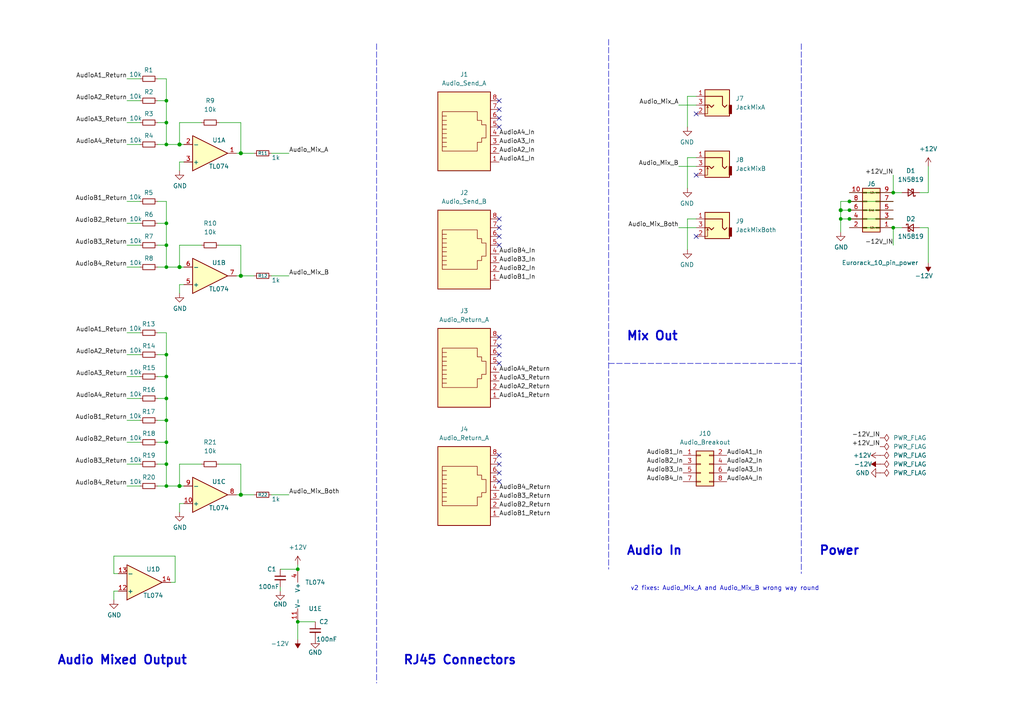
<source format=kicad_sch>
(kicad_sch (version 20230121) (generator eeschema)
  (paper "A4")
  (title_block (title "Quango Breakout") (date "2023-06-26") (rev "1.0") (company "Mountjoy Modular"))
  (lib_symbols
    (symbol "Amplifier_Operational:TL074" (pin_names (offset 0.127))
      (property "Reference" "U" (at 0 5.08 0))
      (property "Value" "TL074" (at 0 -5.08 0))
      (symbol "TL074_1_1"
        (polyline (pts (xy -5.08 5.08) (xy 5.08 0) (xy -5.08 -5.08) (xy -5.08 5.08)) (stroke (width 0.254)) (fill (type background)))
        (pin output line (at 7.62 0 180) (length 2.54) (name "~") (number "1"))
        (pin input line (at -7.62 -2.54 0) (length 2.54) (name "-") (number "2"))
        (pin input line (at -7.62 2.54 0) (length 2.54) (name "+") (number "3"))
      )
      (symbol "TL074_2_1"
        (polyline (pts (xy -5.08 5.08) (xy 5.08 0) (xy -5.08 -5.08) (xy -5.08 5.08)) (stroke (width 0.254)) (fill (type background)))
        (pin input line (at -7.62 2.54 0) (length 2.54) (name "+") (number "5"))
        (pin input line (at -7.62 -2.54 0) (length 2.54) (name "-") (number "6"))
        (pin output line (at 7.62 0 180) (length 2.54) (name "~") (number "7"))
      )
      (symbol "TL074_3_1"
        (polyline (pts (xy -5.08 5.08) (xy 5.08 0) (xy -5.08 -5.08) (xy -5.08 5.08)) (stroke (width 0.254)) (fill (type background)))
        (pin input line (at -7.62 2.54 0) (length 2.54) (name "+") (number "10"))
        (pin output line (at 7.62 0 180) (length 2.54) (name "~") (number "8"))
        (pin input line (at -7.62 -2.54 0) (length 2.54) (name "-") (number "9"))
      )
      (symbol "TL074_4_1"
        (polyline (pts (xy -5.08 5.08) (xy 5.08 0) (xy -5.08 -5.08) (xy -5.08 5.08)) (stroke (width 0.254)) (fill (type background)))
        (pin input line (at -7.62 2.54 0) (length 2.54) (name "+") (number "12"))
        (pin input line (at -7.62 -2.54 0) (length 2.54) (name "-") (number "13"))
        (pin output line (at 7.62 0 180) (length 2.54) (name "~") (number "14"))
      )
      (symbol "TL074_5_1"
        (pin power_in line (at -2.54 -7.62 90) (length 3.81) (name "V-") (number "11"))
        (pin power_in line (at -2.54 7.62 270) (length 3.81) (name "V+") (number "4"))
      )
    )
    (symbol "Connector:RJ45" (pin_names (offset 1.016))
      (property "Reference" "J" (at -5.08 13.97 0))
      (property "Value" "RJ45" (at 2.54 13.97 0))
      (symbol "RJ45_0_1"
        (polyline (pts (xy -5.08 4.445) (xy -6.35 4.445)))
        (polyline (pts (xy -5.08 5.715) (xy -6.35 5.715)))
        (polyline (pts (xy -6.35 -3.175) (xy -5.08 -3.175) (xy -5.08 -3.175)))
        (polyline (pts (xy -6.35 -1.905) (xy -5.08 -1.905) (xy -5.08 -1.905)))
        (polyline (pts (xy -6.35 -0.635) (xy -5.08 -0.635) (xy -5.08 -0.635)))
        (polyline (pts (xy -6.35 0.635) (xy -5.08 0.635) (xy -5.08 0.635)))
        (polyline (pts (xy -6.35 1.905) (xy -5.08 1.905) (xy -5.08 1.905)))
        (polyline (pts (xy -5.08 3.175) (xy -6.35 3.175) (xy -6.35 3.175)))
        (polyline (pts (xy -6.35 -4.445) (xy -6.35 6.985) (xy 3.81 6.985) (xy 3.81 4.445) (xy 5.08 4.445) (xy 5.08 3.175) (xy 6.35 3.175) (xy 6.35 -0.635) (xy 5.08 -0.635) (xy 5.08 -1.905) (xy 3.81 -1.905) (xy 3.81 -4.445) (xy -6.35 -4.445) (xy -6.35 -4.445)))
        (rectangle (start 7.62 12.7) (end -7.62 -10.16) (stroke (width 0.254)) (fill (type background)))
      )
      (symbol "RJ45_1_1"
        (pin passive line (at 10.16 -7.62 180) (length 2.54) (name "~") (number "1"))
        (pin passive line (at 10.16 -5.08 180) (length 2.54) (name "~") (number "2"))
        (pin passive line (at 10.16 -2.54 180) (length 2.54) (name "~") (number "3"))
        (pin passive line (at 10.16 0 180) (length 2.54) (name "~") (number "4"))
        (pin passive line (at 10.16 2.54 180) (length 2.54) (name "~") (number "5"))
        (pin passive line (at 10.16 5.08 180) (length 2.54) (name "~") (number "6"))
        (pin passive line (at 10.16 7.62 180) (length 2.54) (name "~") (number "7"))
        (pin passive line (at 10.16 10.16 180) (length 2.54) (name "~") (number "8"))
      )
    )
    (symbol "Connector_Generic:Conn_02x04_Odd_Even" (pin_names (offset 1.016) hide)
      (property "Reference" "J" (at 1.27 5.08 0))
      (property "Value" "Conn_02x04_Odd_Even" (at 1.27 -7.62 0))
      (symbol "Conn_02x04_Odd_Even_1_1"
        (rectangle (start -1.27 -4.953) (end 0 -5.207) (stroke (width 0.1524)))
        (rectangle (start -1.27 -2.413) (end 0 -2.667) (stroke (width 0.1524)))
        (rectangle (start -1.27 0.127) (end 0 -0.127) (stroke (width 0.1524)))
        (rectangle (start -1.27 2.667) (end 0 2.413) (stroke (width 0.1524)))
        (rectangle (start -1.27 3.81) (end 3.81 -6.35) (stroke (width 0.254)) (fill (type background)))
        (rectangle (start 3.81 -4.953) (end 2.54 -5.207) (stroke (width 0.1524)))
        (rectangle (start 3.81 -2.413) (end 2.54 -2.667) (stroke (width 0.1524)))
        (rectangle (start 3.81 0.127) (end 2.54 -0.127) (stroke (width 0.1524)))
        (rectangle (start 3.81 2.667) (end 2.54 2.413) (stroke (width 0.1524)))
        (pin passive line (at -5.08 2.54 0) (length 3.81) (name "Pin_1") (number "1"))
        (pin passive line (at 7.62 2.54 180) (length 3.81) (name "Pin_2") (number "2"))
        (pin passive line (at -5.08 0 0) (length 3.81) (name "Pin_3") (number "3"))
        (pin passive line (at 7.62 0 180) (length 3.81) (name "Pin_4") (number "4"))
        (pin passive line (at -5.08 -2.54 0) (length 3.81) (name "Pin_5") (number "5"))
        (pin passive line (at 7.62 -2.54 180) (length 3.81) (name "Pin_6") (number "6"))
        (pin passive line (at -5.08 -5.08 0) (length 3.81) (name "Pin_7") (number "7"))
        (pin passive line (at 7.62 -5.08 180) (length 3.81) (name "Pin_8") (number "8"))
      )
    )
    (symbol "Device:C_Small" (pin_numbers hide) (pin_names (offset 0.254) hide)
      (property "Reference" "C" (at 0.254 1.778 0))
      (property "Value" "C_Small" (at 0.254 -2.032 0))
      (symbol "C_Small_0_1"
        (polyline (pts (xy -1.524 -0.508) (xy 1.524 -0.508)) (stroke (width 0.3302)))
        (polyline (pts (xy -1.524 0.508) (xy 1.524 0.508)) (stroke (width 0.3048)))
      )
      (symbol "C_Small_1_1"
        (pin passive line (at 0 2.54 270) (length 2.032) (name "~") (number "1"))
        (pin passive line (at 0 -2.54 90) (length 2.032) (name "~") (number "2"))
      )
    )
    (symbol "Device:D_Schottky_Small" (pin_numbers hide) (pin_names (offset 0.254) hide)
      (property "Reference" "D" (at -1.27 2.032 0))
      (property "Value" "D_Schottky_Small" (at -7.112 -2.032 0))
      (symbol "D_Schottky_Small_0_1"
        (polyline (pts (xy -0.762 0) (xy 0.762 0)))
        (polyline (pts (xy 0.762 -1.016) (xy -0.762 0) (xy 0.762 1.016) (xy 0.762 -1.016)) (stroke (width 0.254)))
        (polyline (pts (xy -1.27 0.762) (xy -1.27 1.016) (xy -0.762 1.016) (xy -0.762 -1.016) (xy -0.254 -1.016) (xy -0.254 -0.762)) (stroke (width 0.254)))
      )
      (symbol "D_Schottky_Small_1_1"
        (pin passive line (at -2.54 0 0) (length 1.778) (name "K") (number "1"))
        (pin passive line (at 2.54 0 180) (length 1.778) (name "A") (number "2"))
      )
    )
    (symbol "Device:R_Small" (pin_numbers hide) (pin_names (offset 0.254) hide)
      (property "Reference" "R" (at 0.762 0.508 0))
      (property "Value" "R_Small" (at 0.762 -1.016 0))
      (symbol "R_Small_0_1"
        (rectangle (start -0.762 1.778) (end 0.762 -1.778) (stroke (width 0.2032)))
      )
      (symbol "R_Small_1_1"
        (pin passive line (at 0 2.54 270) (length 0.762) (name "~") (number "1"))
        (pin passive line (at 0 -2.54 90) (length 0.762) (name "~") (number "2"))
      )
    )
    (symbol "Eurorack Header:Eurorack_10_pin_power" (pin_names (offset 1.016) hide)
      (property "Reference" "J" (at 1.27 7.62 0))
      (property "Value" "Eurorack_10_pin_power" (at 1.27 -7.62 0))
      (symbol "Eurorack_10_pin_power_1_0"
        (text "+12v" (at 1.27 -5.08 0) (effects (font (size 0.508 0.508))))
        (text "-12v" (at 1.27 5.08 0) (effects (font (size 0.508 0.508))))
        (text "Gnd" (at 1.27 0 0) (effects (font (size 0.508 0.508))))
      )
      (symbol "Eurorack_10_pin_power_1_1"
        (rectangle (start -1.27 -4.953) (end 0 -5.207) (stroke (width 0.1524)))
        (rectangle (start -1.27 -2.413) (end 0 -2.667) (stroke (width 0.1524)))
        (rectangle (start -1.27 0.127) (end 0 -0.127) (stroke (width 0.1524)))
        (rectangle (start -1.27 2.667) (end 0 2.413) (stroke (width 0.1524)))
        (rectangle (start -1.27 5.207) (end 0 4.953) (stroke (width 0.1524)))
        (rectangle (start -1.27 6.35) (end 3.81 -6.35) (stroke (width 0.254)) (fill (type background)))
        (rectangle (start 3.81 -4.953) (end 2.54 -5.207) (stroke (width 0.1524)))
        (rectangle (start 3.81 -2.413) (end 2.54 -2.667) (stroke (width 0.1524)))
        (rectangle (start 3.81 0.127) (end 2.54 -0.127) (stroke (width 0.1524)))
        (rectangle (start 3.81 2.667) (end 2.54 2.413) (stroke (width 0.1524)))
        (rectangle (start 3.81 5.207) (end 2.54 4.953) (stroke (width 0.1524)))
        (pin power_in line (at -5.08 5.08 0) (length 3.81) (name "Pin_1") (number "1"))
        (pin passive line (at 7.62 -5.08 180) (length 3.81) (name "Pin_10") (number "10"))
        (pin passive line (at 7.62 5.08 180) (length 3.81) (name "Pin_2") (number "2"))
        (pin passive line (at -5.08 2.54 0) (length 3.81) (name "Pin_3") (number "3"))
        (pin passive line (at 7.62 2.54 180) (length 3.81) (name "Pin_4") (number "4"))
        (pin power_in line (at -5.08 0 0) (length 3.81) (name "Pin_5") (number "5"))
        (pin passive line (at 7.62 0 180) (length 3.81) (name "Pin_6") (number "6"))
        (pin passive line (at -5.08 -2.54 0) (length 3.81) (name "Pin_7") (number "7"))
        (pin passive line (at 7.62 -2.54 180) (length 3.81) (name "Pin_8") (number "8"))
        (pin power_in line (at -5.08 -5.08 0) (length 3.81) (name "Pin_9") (number "9"))
      )
    )
    (symbol "power:+12V" (power) (pin_names (offset 0))
      (property "Value" "+12V" (at 0 3.556 0))
      (symbol "+12V_0_1"
        (polyline (pts (xy -0.762 1.27) (xy 0 2.54)))
        (polyline (pts (xy 0 0) (xy 0 2.54)))
        (polyline (pts (xy 0 2.54) (xy 0.762 1.27)))
      )
      (symbol "+12V_1_1"
        (pin power_in line (at 0 0 90) (length 0) hide (name "+12V") (number "1"))
      )
    )
    (symbol "power:-12V" (power) (pin_names (offset 0))
      (property "Value" "-12V" (at 0 3.81 0))
      (symbol "-12V_0_0"
        (pin power_in line (at 0 0 90) (length 0) hide (name "-12V") (number "1"))
      )
      (symbol "-12V_0_1"
        (polyline (pts (xy 0 0) (xy 0 1.27) (xy 0.762 1.27) (xy 0 2.54) (xy -0.762 1.27) (xy 0 1.27)) (fill (type outline)))
      )
    )
    (symbol "power:GND" (power) (pin_names (offset 0))
      (property "Value" "GND" (at 0 -3.81 0))
      (symbol "GND_0_1"
        (polyline (pts (xy 0 0) (xy 0 -1.27) (xy 1.27 -1.27) (xy 0 -2.54) (xy -1.27 -1.27) (xy 0 -1.27)))
      )
      (symbol "GND_1_1"
        (pin power_in line (at 0 0 270) (length 0) hide (name "GND") (number "1"))
      )
    )
    (symbol "power:PWR_FLAG" (power) (pin_numbers hide) (pin_names (offset 0) hide)
      (property "Value" "PWR_FLAG" (at 0 3.81 0))
      (symbol "PWR_FLAG_0_0"
        (pin power_out line (at 0 0 90) (length 0) (name "pwr") (number "1"))
      )
      (symbol "PWR_FLAG_0_1"
        (polyline (pts (xy 0 0) (xy 0 1.27) (xy -1.016 1.905) (xy 0 2.54) (xy 1.016 1.905) (xy 0 1.27)))
      )
    )
    (symbol "thonkiconn:AudioJack2_Ground_Switch" (pin_names (offset 1.016))
      (property "Reference" "J" (at 0 8.89 0))
      (property "Value" "AudioJack2_Ground_Switch" (at 0 6.35 0))
      (symbol "AudioJack2_Ground_Switch_0_1"
        (rectangle (start -4.445 -2.54) (end -5.207 0) (fill (type outline)))
        (polyline (pts (xy 1.778 -0.254) (xy 2.032 -0.762)))
        (polyline (pts (xy 0 0) (xy 0.635 -0.635) (xy 1.27 0) (xy 2.54 0)) (stroke (width 0.254)))
        (polyline (pts (xy 2.54 -2.54) (xy 1.778 -2.54) (xy 1.778 -0.254) (xy 1.524 -0.762)))
        (polyline (pts (xy 2.54 2.54) (xy -2.54 2.54) (xy -2.54 0) (xy -3.175 -0.635) (xy -3.81 0)) (stroke (width 0.254)))
        (rectangle (start 2.54 -3.175) (end -4.572 4.445) (stroke (width 0.254)) (fill (type background)))
      )
      (symbol "AudioJack2_Ground_Switch_1_1"
        (pin passive line (at 5.08 2.54 180) (length 2.54) (name "~") (number "1"))
        (pin passive line (at 5.08 -2.54 180) (length 2.54) (name "~") (number "2"))
        (pin passive line (at 5.08 0 180) (length 2.54) (name "~") (number "3"))
      )
    )
  )
  (junction (at 259.08 66.04))
  (junction (at 48.26 121.92))
  (junction (at 52.07 41.91) (diameter 1.016))
  (junction (at 48.26 41.91))
  (junction (at 52.07 77.47) (diameter 1.016))
  (junction (at 86.36 165.1))
  (junction (at 48.26 77.47))
  (junction (at 48.26 115.57))
  (junction (at 48.26 35.56))
  (junction (at 86.36 180.34))
  (junction (at 259.08 55.88))
  (junction (at 243.84 63.5))
  (junction (at 48.26 102.87))
  (junction (at 48.26 140.97))
  (junction (at 48.26 71.12))
  (junction (at 246.38 58.42))
  (junction (at 246.38 60.96))
  (junction (at 48.26 109.22))
  (junction (at 69.85 44.45) (diameter 1.016))
  (junction (at 48.26 134.62))
  (junction (at 243.84 60.96) (diameter 1.016))
  (junction (at 48.26 128.27))
  (junction (at 48.26 29.21))
  (junction (at 69.85 143.51) (diameter 1.016))
  (junction (at 48.26 64.77))
  (junction (at 52.07 140.97) (diameter 1.016))
  (junction (at 246.38 63.5))
  (junction (at 69.85 80.01) (diameter 1.016))
  (no_connect (at 144.78 132.08))
  (no_connect (at 144.78 63.5))
  (no_connect (at 201.93 33.02))
  (no_connect (at 144.78 34.29))
  (no_connect (at 144.78 71.12))
  (no_connect (at 144.78 134.62))
  (no_connect (at 144.78 68.58))
  (no_connect (at 201.93 68.58))
  (no_connect (at 201.93 50.8))
  (no_connect (at 144.78 66.04))
  (no_connect (at 144.78 102.87))
  (no_connect (at 144.78 137.16))
  (no_connect (at 144.78 29.21))
  (no_connect (at 144.78 139.7))
  (no_connect (at 144.78 100.33))
  (no_connect (at 144.78 31.75))
  (no_connect (at 144.78 105.41))
  (no_connect (at 144.78 36.83))
  (no_connect (at 144.78 97.79))
  (wire (pts (xy 48.26 121.92) (xy 48.26 128.27)))
  (wire (pts (xy 269.24 48.26) (xy 269.24 55.88)))
  (wire (pts (xy 45.72 128.27) (xy 48.26 128.27)))
  (wire (pts (xy 259.08 66.04) (xy 259.08 71.12)))
  (wire (pts (xy 45.72 35.56) (xy 48.26 35.56)))
  (wire (pts (xy 69.85 143.51) (xy 73.66 143.51)))
  (wire (pts (xy 45.72 109.22) (xy 48.26 109.22)))
  (wire (pts (xy 243.84 63.5) (xy 243.84 67.31)))
  (polyline (pts (xy 109.22 12.7) (xy 109.22 198.12)) (stroke (width 0) (type dash)))
  (wire (pts (xy 246.38 66.04) (xy 259.08 66.04)))
  (wire (pts (xy 78.74 44.45) (xy 83.82 44.45)))
  (wire (pts (xy 52.07 35.56) (xy 58.42 35.56)))
  (polyline (pts (xy 176.53 11.43) (xy 176.53 165.1)) (stroke (width 0) (type dash)))
  (wire (pts (xy 48.26 134.62) (xy 48.26 140.97)))
  (wire (pts (xy 86.36 180.34) (xy 86.36 185.42)))
  (wire (pts (xy 243.84 58.42) (xy 243.84 60.96)))
  (wire (pts (xy 52.07 77.47) (xy 53.34 77.47)))
  (wire (pts (xy 36.83 77.47) (xy 40.64 77.47)))
  (wire (pts (xy 36.83 121.92) (xy 40.64 121.92)))
  (wire (pts (xy 36.83 102.87) (xy 40.64 102.87)))
  (wire (pts (xy 259.08 50.8) (xy 259.08 55.88)))
  (wire (pts (xy 259.08 55.88) (xy 261.62 55.88)))
  (wire (pts (xy 246.38 55.88) (xy 259.08 55.88)))
  (wire (pts (xy 201.93 27.94) (xy 199.39 27.94)))
  (wire (pts (xy 243.84 58.42) (xy 246.38 58.42)))
  (wire (pts (xy 36.83 29.21) (xy 40.64 29.21)))
  (wire (pts (xy 48.26 58.42) (xy 48.26 64.77)))
  (wire (pts (xy 48.26 35.56) (xy 48.26 41.91)))
  (wire (pts (xy 45.72 64.77) (xy 48.26 64.77)))
  (wire (pts (xy 52.07 35.56) (xy 52.07 41.91)))
  (wire (pts (xy 36.83 35.56) (xy 40.64 35.56)))
  (wire (pts (xy 48.26 115.57) (xy 48.26 121.92)))
  (wire (pts (xy 246.38 58.42) (xy 259.08 58.42)))
  (wire (pts (xy 33.02 166.37) (xy 34.29 166.37)))
  (wire (pts (xy 34.29 171.45) (xy 33.02 171.45)))
  (wire (pts (xy 69.85 71.12) (xy 69.85 80.01)))
  (wire (pts (xy 69.85 35.56) (xy 63.5 35.56)))
  (wire (pts (xy 52.07 134.62) (xy 58.42 134.62)))
  (wire (pts (xy 243.84 60.96) (xy 246.38 60.96)))
  (wire (pts (xy 45.72 58.42) (xy 48.26 58.42)))
  (wire (pts (xy 48.26 77.47) (xy 52.07 77.47)))
  (wire (pts (xy 48.26 29.21) (xy 48.26 35.56)))
  (wire (pts (xy 45.72 134.62) (xy 48.26 134.62)))
  (wire (pts (xy 36.83 64.77) (xy 40.64 64.77)))
  (wire (pts (xy 53.34 82.55) (xy 52.07 82.55)))
  (wire (pts (xy 36.83 96.52) (xy 40.64 96.52)))
  (wire (pts (xy 50.8 161.29) (xy 33.02 161.29)))
  (wire (pts (xy 36.83 134.62) (xy 40.64 134.62)))
  (wire (pts (xy 78.74 143.51) (xy 83.82 143.51)))
  (wire (pts (xy 36.83 109.22) (xy 40.64 109.22)))
  (wire (pts (xy 52.07 71.12) (xy 58.42 71.12)))
  (wire (pts (xy 45.72 121.92) (xy 48.26 121.92)))
  (wire (pts (xy 68.58 44.45) (xy 69.85 44.45)))
  (wire (pts (xy 45.72 77.47) (xy 48.26 77.47)))
  (wire (pts (xy 201.93 45.72) (xy 199.39 45.72)))
  (wire (pts (xy 81.28 165.1) (xy 86.36 165.1)))
  (wire (pts (xy 246.38 60.96) (xy 259.08 60.96)))
  (wire (pts (xy 48.26 109.22) (xy 48.26 115.57)))
  (wire (pts (xy 69.85 71.12) (xy 63.5 71.12)))
  (wire (pts (xy 33.02 171.45) (xy 33.02 173.99)))
  (wire (pts (xy 45.72 140.97) (xy 48.26 140.97)))
  (wire (pts (xy 48.26 22.86) (xy 48.26 29.21)))
  (wire (pts (xy 48.26 128.27) (xy 48.26 134.62)))
  (wire (pts (xy 243.84 63.5) (xy 246.38 63.5)))
  (wire (pts (xy 36.83 115.57) (xy 40.64 115.57)))
  (wire (pts (xy 243.84 60.96) (xy 243.84 63.5)))
  (wire (pts (xy 45.72 115.57) (xy 48.26 115.57)))
  (wire (pts (xy 53.34 146.05) (xy 52.07 146.05)))
  (wire (pts (xy 45.72 29.21) (xy 48.26 29.21)))
  (wire (pts (xy 68.58 143.51) (xy 69.85 143.51)))
  (wire (pts (xy 49.53 168.91) (xy 50.8 168.91)))
  (polyline (pts (xy 232.41 12.7) (xy 232.41 166.37)) (stroke (width 0) (type dash)))
  (wire (pts (xy 68.58 80.01) (xy 69.85 80.01)))
  (wire (pts (xy 52.07 140.97) (xy 53.34 140.97)))
  (wire (pts (xy 81.28 170.18) (xy 81.28 171.45)))
  (wire (pts (xy 45.72 71.12) (xy 48.26 71.12)))
  (wire (pts (xy 36.83 58.42) (xy 40.64 58.42)))
  (wire (pts (xy 201.93 48.26) (xy 196.85 48.26)))
  (wire (pts (xy 266.7 55.88) (xy 269.24 55.88)))
  (wire (pts (xy 48.26 71.12) (xy 48.26 77.47)))
  (wire (pts (xy 201.93 30.48) (xy 196.85 30.48)))
  (wire (pts (xy 199.39 45.72) (xy 199.39 54.61)))
  (wire (pts (xy 201.93 66.04) (xy 196.85 66.04)))
  (wire (pts (xy 36.83 71.12) (xy 40.64 71.12)))
  (wire (pts (xy 259.08 66.04) (xy 261.62 66.04)))
  (wire (pts (xy 36.83 22.86) (xy 40.64 22.86)))
  (wire (pts (xy 45.72 96.52) (xy 48.26 96.52)))
  (wire (pts (xy 52.07 134.62) (xy 52.07 140.97)))
  (wire (pts (xy 199.39 27.94) (xy 199.39 36.83)))
  (wire (pts (xy 52.07 71.12) (xy 52.07 77.47)))
  (wire (pts (xy 266.7 66.04) (xy 269.24 66.04)))
  (wire (pts (xy 52.07 41.91) (xy 53.34 41.91)))
  (wire (pts (xy 91.44 180.34) (xy 86.36 180.34)))
  (wire (pts (xy 48.26 41.91) (xy 52.07 41.91)))
  (wire (pts (xy 36.83 128.27) (xy 40.64 128.27)))
  (wire (pts (xy 50.8 168.91) (xy 50.8 161.29)))
  (wire (pts (xy 52.07 146.05) (xy 52.07 148.59)))
  (wire (pts (xy 48.26 140.97) (xy 52.07 140.97)))
  (wire (pts (xy 52.07 82.55) (xy 52.07 85.09)))
  (wire (pts (xy 45.72 41.91) (xy 48.26 41.91)))
  (polyline (pts (xy 176.53 105.41) (xy 232.41 105.41)) (stroke (width 0) (type dash)))
  (wire (pts (xy 69.85 134.62) (xy 69.85 143.51)))
  (wire (pts (xy 69.85 35.56) (xy 69.85 44.45)))
  (wire (pts (xy 78.74 80.01) (xy 83.82 80.01)))
  (wire (pts (xy 69.85 44.45) (xy 73.66 44.45)))
  (wire (pts (xy 199.39 63.5) (xy 199.39 72.39)))
  (wire (pts (xy 45.72 102.87) (xy 48.26 102.87)))
  (wire (pts (xy 36.83 140.97) (xy 40.64 140.97)))
  (wire (pts (xy 33.02 161.29) (xy 33.02 166.37)))
  (wire (pts (xy 36.83 41.91) (xy 40.64 41.91)))
  (wire (pts (xy 48.26 64.77) (xy 48.26 71.12)))
  (wire (pts (xy 53.34 46.99) (xy 52.07 46.99)))
  (wire (pts (xy 246.38 63.5) (xy 259.08 63.5)))
  (wire (pts (xy 45.72 22.86) (xy 48.26 22.86)))
  (wire (pts (xy 48.26 96.52) (xy 48.26 102.87)))
  (wire (pts (xy 52.07 46.99) (xy 52.07 49.53)))
  (wire (pts (xy 86.36 163.83) (xy 86.36 165.1)))
  (wire (pts (xy 201.93 63.5) (xy 199.39 63.5)))
  (wire (pts (xy 69.85 134.62) (xy 63.5 134.62)))
  (wire (pts (xy 69.85 80.01) (xy 73.66 80.01)))
  (wire (pts (xy 269.24 66.04) (xy 269.24 76.2)))
  (wire (pts (xy 48.26 102.87) (xy 48.26 109.22)))
  (text "RJ45 Connectors" (at 116.84 193.04 0) (effects (font (size 2.54 2.54) (thickness 0.508) bold) (justify left bottom)))
  (text "Power" (at 237.49 161.29 0) (effects (font (size 2.54 2.54) (thickness 0.508) bold) (justify left bottom)))
  (text "v2 fixes: Audio_Mix_A and Audio_Mix_B wrong way round" (at 182.88 171.45 0) (effects (font (size 1.27 1.27)) (justify left bottom)))
  (text "Audio Mixed Output" (at 16.51 193.04 0) (effects (font (size 2.54 2.54) (thickness 0.508) bold) (justify left bottom)))
  (text "Audio In" (at 181.61 161.29 0) (effects (font (size 2.54 2.54) (thickness 0.508) bold) (justify left bottom)))
  (text "Mix Out" (at 181.61 99.06 0) (effects (font (size 2.54 2.54) (thickness 0.508) bold) (justify left bottom)))
  (label "Audio_Mix_B" (at 83.82 80.01 0))
  (label "+12V_IN" (at 259.08 50.8 180))
  (label "+12V_IN" (at 255.27 129.54 180))
  (label "AudioA2_In" (at 210.82 134.62 0))
  (label "AudioB2_In" (at 144.78 78.74 0))
  (label "AudioA1_Return" (at 36.83 96.52 180))
  (label "AudioA3_Return" (at 144.78 110.49 0))
  (label "AudioB2_Return" (at 36.83 64.77 180))
  (label "AudioA4_In" (at 144.78 39.37 0))
  (label "AudioA2_In" (at 144.78 44.45 0))
  (label "AudioA3_Return" (at 36.83 109.22 180))
  (label "AudioB1_In" (at 144.78 81.28 0))
  (label "-12V_IN" (at 259.08 71.12 180))
  (label "AudioA1_In" (at 210.82 132.08 0))
  (label "AudioB3_Return" (at 36.83 71.12 180))
  (label "Audio_Mix_B" (at 196.85 48.26 180))
  (label "AudioA2_Return" (at 36.83 29.21 180))
  (label "AudioA4_In" (at 210.82 139.7 0))
  (label "AudioB3_Return" (at 36.83 134.62 180))
  (label "Audio_Mix_Both" (at 196.85 66.04 180))
  (label "AudioB1_Return" (at 36.83 58.42 180))
  (label "AudioA2_Return" (at 144.78 113.03 0))
  (label "AudioB1_Return" (at 36.83 121.92 180))
  (label "Audio_Mix_A" (at 83.82 44.45 0))
  (label "AudioB4_Return" (at 36.83 77.47 180))
  (label "AudioA1_Return" (at 144.78 115.57 0))
  (label "AudioB2_Return" (at 144.78 147.32 0))
  (label "AudioA1_In" (at 144.78 46.99 0))
  (label "AudioA4_Return" (at 36.83 115.57 180))
  (label "AudioB1_Return" (at 144.78 149.86 0))
  (label "AudioB4_Return" (at 144.78 142.24 0))
  (label "AudioB2_In" (at 198.12 134.62 180))
  (label "AudioA3_In" (at 144.78 41.91 0))
  (label "AudioA2_Return" (at 36.83 102.87 180))
  (label "AudioB3_In" (at 198.12 137.16 180))
  (label "AudioA4_Return" (at 36.83 41.91 180))
  (label "AudioA3_Return" (at 36.83 35.56 180))
  (label "AudioB4_In" (at 198.12 139.7 180))
  (label "AudioB2_Return" (at 36.83 128.27 180))
  (label "Audio_Mix_A" (at 196.85 30.48 180))
  (label "AudioA4_Return" (at 144.78 107.95 0))
  (label "AudioB3_Return" (at 144.78 144.78 0))
  (label "AudioA1_Return" (at 36.83 22.86 180))
  (label "AudioA3_In" (at 210.82 137.16 0))
  (label "AudioB1_In" (at 198.12 132.08 180))
  (label "AudioB3_In" (at 144.78 76.2 0))
  (label "-12V_IN" (at 255.27 127 180))
  (label "AudioB4_Return" (at 36.83 140.97 180))
  (label "Audio_Mix_Both" (at 83.82 143.51 0))
  (label "AudioB4_In" (at 144.78 73.66 0))
  (symbol (lib_id "Device:R_Small") (at 43.18 58.42 270) (unit 1)
    (property "Reference" "R5" (at 43.1075 55.88 90))
    (property "Value" "10k" (at 39.2975 57.15 90))
    (property "Footprint" "Resistor_SMD:R_0603_1608Metric" (effects hide))
    (property "Part_Number" "C22984" (effects hide))
  )
  (symbol (lib_id "thonkiconn:AudioJack2_Ground_Switch") (at 207.01 30.48 0) (mirror y) (unit 1)
    (property "Reference" "J7" (at 213.36 28.5749 0) (effects (justify right)))
    (property "Value" "JackMixA" (at 213.36 31.1149 0) (effects (justify right)))
    (property "Footprint" "Custom_Footprints:THONKICONN_hole" (effects hide))
  )
  (symbol (lib_id "Device:C_Small") (at 91.44 182.88 0) (mirror y) (unit 1)
    (property "Reference" "C2" (at 95.25 180.34 0) (effects (justify left)))
    (property "Value" "100nF" (at 97.79 185.42 0) (effects (justify left)))
    (property "Footprint" "Capacitor_SMD:C_0603_1608Metric" (effects hide))
    (property "Part_Number" "C23630" (effects hide))
  )
  (symbol (lib_id "Device:R_Small") (at 43.18 22.86 270) (unit 1)
    (property "Reference" "R1" (at 43.1075 20.32 90))
    (property "Value" "10k" (at 39.2975 21.59 90))
    (property "Footprint" "Resistor_SMD:R_0603_1608Metric" (effects hide))
    (property "Part_Number" "C22984" (effects hide))
  )
  (symbol (lib_id "Connector:RJ45") (at 134.62 73.66 0) (unit 1)
    (property "Reference" "J2" (at 134.62 55.88 0))
    (property "Value" "Audio_Send_B" (at 134.62 58.42 0))
    (property "Footprint" "Custom_Footprints:RJ45_Amphenol_RJHSE-3080" (effects hide))
  )
  (symbol (lib_id "Device:R_Small") (at 43.18 35.56 270) (unit 1)
    (property "Reference" "R3" (at 43.18 33.02 90))
    (property "Value" "10k" (at 39.37 34.29 90))
    (property "Footprint" "Resistor_SMD:R_0603_1608Metric" (effects hide))
    (property "Part_Number" "C22984" (effects hide))
  )
  (symbol (lib_id "power:PWR_FLAG") (at 255.27 132.08 270) (unit 1)
    (property "Reference" "#FLG03" (effects hide))
    (property "Value" "PWR_FLAG" (at 259.08 132.0799 90) (effects (justify left)))
  )
  (symbol (lib_id "Device:R_Small") (at 43.18 71.12 270) (unit 1)
    (property "Reference" "R7" (at 43.18 68.58 90))
    (property "Value" "10k" (at 39.37 69.85 90))
    (property "Footprint" "Resistor_SMD:R_0603_1608Metric" (effects hide))
    (property "Part_Number" "C22984" (effects hide))
  )
  (symbol (lib_id "power:-12V") (at 269.24 76.2 180) (unit 1)
    (property "Reference" "#PWR06" (effects hide))
    (property "Value" "-12V" (at 267.97 80.01 0))
  )
  (symbol (lib_id "Device:D_Schottky_Small") (at 264.16 66.04 0) (unit 1)
    (property "Reference" "D2" (at 264.16 63.5 0))
    (property "Value" "1N5819" (at 264.16 68.58 0))
    (property "Footprint" "Diode_SMD:D_SOD-123" (effects hide))
  )
  (symbol (lib_id "power:-12V") (at 86.36 185.42 180) (unit 1)
    (property "Reference" "#PWR09" (effects hide))
    (property "Value" "-12V" (at 83.82 186.6899 0) (effects (justify left)))
  )
  (symbol (lib_id "power:+12V") (at 86.36 163.83 0) (unit 1)
    (property "Reference" "#PWR08" (effects hide))
    (property "Value" "+12V" (at 86.36 158.75 0))
  )
  (symbol (lib_id "Device:R_Small") (at 76.2 44.45 270) (unit 1)
    (property "Reference" "R11" (at 76.2 44.45 90) (effects (font (size 0.9 0.9))))
    (property "Value" "1k" (at 80.01 45.72 90))
    (property "Footprint" "Resistor_SMD:R_0603_1608Metric" (effects hide))
    (property "Part_Number" "C21190" (effects hide))
  )
  (symbol (lib_id "Eurorack Header:Eurorack_10_pin_power") (at 254 60.96 180) (unit 1)
    (property "Reference" "J6" (at 252.73 53.34 0))
    (property "Value" "Eurorack_10_pin_power" (at 255.27 76.2 0))
    (property "Footprint" "Connector_PinHeader_2.54mm:PinHeader_2x05_P2.54mm_Vertical" (effects hide))
  )
  (symbol (lib_id "Device:C_Small") (at 81.28 167.64 0) (unit 1)
    (property "Reference" "C1" (at 77.47 165.1 0) (effects (justify left)))
    (property "Value" "100nF" (at 74.93 170.18 0) (effects (justify left)))
    (property "Footprint" "Capacitor_SMD:C_0603_1608Metric" (effects hide))
    (property "Part_Number" "C23630" (effects hide))
  )
  (symbol (lib_id "power:GND") (at 52.07 148.59 0) (unit 1)
    (property "Reference" "#PWR016" (effects hide))
    (property "Value" "GND" (at 52.197 152.9842 0))
  )
  (symbol (lib_id "power:GND") (at 52.07 85.09 0) (unit 1)
    (property "Reference" "#PWR012" (effects hide))
    (property "Value" "GND" (at 52.197 89.4842 0))
  )
  (symbol (lib_id "power:PWR_FLAG") (at 255.27 137.16 270) (unit 1)
    (property "Reference" "#FLG05" (effects hide))
    (property "Value" "PWR_FLAG" (at 259.08 137.1599 90) (effects (justify left)))
  )
  (symbol (lib_id "Amplifier_Operational:TL074") (at 60.96 80.01 0) (mirror x) (unit 2)
    (property "Reference" "U1" (at 63.5 76.2 0))
    (property "Value" "TL074" (at 63.5 83.82 0))
    (property "Footprint" "Package_SO:SOIC-14_3.9x8.7mm_P1.27mm" (effects hide))
    (property "Datasheet" "http://www.ti.com/lit/ds/symlink/tl071.pdf" (effects hide))
  )
  (symbol (lib_id "Device:R_Small") (at 43.18 29.21 270) (unit 1)
    (property "Reference" "R2" (at 43.18 26.67 90))
    (property "Value" "10k" (at 39.37 27.94 90))
    (property "Footprint" "Resistor_SMD:R_0603_1608Metric" (effects hide))
    (property "Part_Number" "C22984" (effects hide))
  )
  (symbol (lib_id "thonkiconn:AudioJack2_Ground_Switch") (at 207.01 66.04 0) (mirror y) (unit 1)
    (property "Reference" "J9" (at 213.36 64.1349 0) (effects (justify right)))
    (property "Value" "JackMixBoth" (at 213.36 66.6749 0) (effects (justify right)))
    (property "Footprint" "Custom_Footprints:THONKICONN_hole" (effects hide))
  )
  (symbol (lib_id "Device:R_Small") (at 43.18 96.52 270) (unit 1)
    (property "Reference" "R13" (at 43.1075 93.98 90))
    (property "Value" "10k" (at 39.2975 95.25 90))
    (property "Footprint" "Resistor_SMD:R_0603_1608Metric" (effects hide))
    (property "Part_Number" "C22984" (effects hide))
  )
  (symbol (lib_id "power:PWR_FLAG") (at 255.27 127 270) (unit 1)
    (property "Reference" "#FLG01" (effects hide))
    (property "Value" "PWR_FLAG" (at 259.08 126.9999 90) (effects (justify left)))
  )
  (symbol (lib_id "Amplifier_Operational:TL074") (at 41.91 168.91 0) (mirror x) (unit 4)
    (property "Reference" "U1" (at 44.45 165.1 0))
    (property "Value" "TL074" (at 44.45 172.72 0))
    (property "Footprint" "Package_SO:SOIC-14_3.9x8.7mm_P1.27mm" (effects hide))
    (property "Datasheet" "http://www.ti.com/lit/ds/symlink/tl071.pdf" (effects hide))
  )
  (symbol (lib_id "power:GND") (at 52.07 49.53 0) (unit 1)
    (property "Reference" "#PWR011" (effects hide))
    (property "Value" "GND" (at 52.197 53.9242 0))
  )
  (symbol (lib_id "Device:R_Small") (at 43.18 102.87 270) (unit 1)
    (property "Reference" "R14" (at 43.18 100.33 90))
    (property "Value" "10k" (at 39.37 101.6 90))
    (property "Footprint" "Resistor_SMD:R_0603_1608Metric" (effects hide))
    (property "Part_Number" "C22984" (effects hide))
  )
  (symbol (lib_id "Device:R_Small") (at 76.2 80.01 270) (unit 1)
    (property "Reference" "R12" (at 76.2 80.01 90) (effects (font (size 0.9 0.9))))
    (property "Value" "1k" (at 80.01 81.28 90))
    (property "Footprint" "Resistor_SMD:R_0603_1608Metric" (effects hide))
    (property "Part_Number" "C21190" (effects hide))
  )
  (symbol (lib_id "power:+12V") (at 269.24 48.26 0) (unit 1)
    (property "Reference" "#PWR05" (effects hide))
    (property "Value" "+12V" (at 269.24 43.18 0))
  )
  (symbol (lib_id "Device:R_Small") (at 43.18 140.97 270) (unit 1)
    (property "Reference" "R20" (at 43.18 138.43 90))
    (property "Value" "10k" (at 39.37 139.7 90))
    (property "Footprint" "Resistor_SMD:R_0603_1608Metric" (effects hide))
    (property "Part_Number" "C22984" (effects hide))
  )
  (symbol (lib_id "Connector:RJ45") (at 134.62 142.24 0) (unit 1)
    (property "Reference" "J4" (at 134.62 124.46 0))
    (property "Value" "Audio_Return_A" (at 134.62 127 0))
    (property "Footprint" "Custom_Footprints:RJ45_Amphenol_RJHSE-3080" (effects hide))
  )
  (symbol (lib_id "Device:R_Small") (at 60.96 35.56 270) (unit 1)
    (property "Reference" "R9" (at 60.96 29.21 90))
    (property "Value" "10k" (at 60.96 31.75 90))
    (property "Footprint" "Resistor_SMD:R_0603_1608Metric" (effects hide))
    (property "Part_Number" "C22984" (effects hide))
  )
  (symbol (lib_id "Device:R_Small") (at 76.2 143.51 270) (unit 1)
    (property "Reference" "R22" (at 76.2 143.51 90) (effects (font (size 0.9 0.9))))
    (property "Value" "1k" (at 80.01 144.78 90))
    (property "Footprint" "Resistor_SMD:R_0603_1608Metric" (effects hide))
    (property "Part_Number" "C21190" (effects hide))
  )
  (symbol (lib_id "Device:R_Small") (at 43.18 41.91 270) (unit 1)
    (property "Reference" "R4" (at 43.18 39.37 90))
    (property "Value" "10k" (at 39.37 40.64 90))
    (property "Footprint" "Resistor_SMD:R_0603_1608Metric" (effects hide))
    (property "Part_Number" "C22984" (effects hide))
  )
  (symbol (lib_id "power:PWR_FLAG") (at 255.27 129.54 270) (unit 1)
    (property "Reference" "#FLG02" (effects hide))
    (property "Value" "PWR_FLAG" (at 259.08 129.5399 90) (effects (justify left)))
  )
  (symbol (lib_id "Amplifier_Operational:TL074") (at 60.96 44.45 0) (mirror x) (unit 1)
    (property "Reference" "U1" (at 63.5 40.64 0))
    (property "Value" "TL074" (at 63.5 48.26 0))
    (property "Footprint" "Package_SO:SOIC-14_3.9x8.7mm_P1.27mm" (effects hide))
    (property "Datasheet" "http://www.ti.com/lit/ds/symlink/tl071.pdf" (effects hide))
  )
  (symbol (lib_id "Device:R_Small") (at 43.18 77.47 270) (unit 1)
    (property "Reference" "R8" (at 43.18 74.93 90))
    (property "Value" "10k" (at 39.37 76.2 90))
    (property "Footprint" "Resistor_SMD:R_0603_1608Metric" (effects hide))
    (property "Part_Number" "C22984" (effects hide))
  )
  (symbol (lib_id "thonkiconn:AudioJack2_Ground_Switch") (at 207.01 48.26 0) (mirror y) (unit 1)
    (property "Reference" "J8" (at 213.36 46.3549 0) (effects (justify right)))
    (property "Value" "JackMixB" (at 213.36 48.8949 0) (effects (justify right)))
    (property "Footprint" "Custom_Footprints:THONKICONN_hole" (effects hide))
  )
  (symbol (lib_id "Device:R_Small") (at 60.96 134.62 270) (unit 1)
    (property "Reference" "R21" (at 60.96 128.27 90))
    (property "Value" "10k" (at 60.96 130.81 90))
    (property "Footprint" "Resistor_SMD:R_0603_1608Metric" (effects hide))
    (property "Part_Number" "C22984" (effects hide))
  )
  (symbol (lib_id "power:PWR_FLAG") (at 255.27 134.62 270) (unit 1)
    (property "Reference" "#FLG04" (effects hide))
    (property "Value" "PWR_FLAG" (at 259.08 134.6199 90) (effects (justify left)))
  )
  (symbol (lib_id "Amplifier_Operational:TL074") (at 88.9 172.72 0) (unit 5)
    (property "Reference" "U1" (at 91.44 176.53 0))
    (property "Value" "TL074" (at 91.44 168.91 0))
    (property "Footprint" "Package_SO:SOIC-14_3.9x8.7mm_P1.27mm" (effects hide))
    (property "Datasheet" "http://www.ti.com/lit/ds/symlink/tl071.pdf" (effects hide))
  )
  (symbol (lib_id "Device:R_Small") (at 43.18 121.92 270) (unit 1)
    (property "Reference" "R17" (at 43.1075 119.38 90))
    (property "Value" "10k" (at 39.2975 120.65 90))
    (property "Footprint" "Resistor_SMD:R_0603_1608Metric" (effects hide))
    (property "Part_Number" "C22984" (effects hide))
  )
  (symbol (lib_id "power:GND") (at 33.02 173.99 0) (unit 1)
    (property "Reference" "#PWR017" (effects hide))
    (property "Value" "GND" (at 33.147 178.3842 0))
  )
  (symbol (lib_id "power:+12V") (at 255.27 132.08 90) (unit 1)
    (property "Reference" "#PWR013" (effects hide))
    (property "Value" "+12V" (at 252.73 132.08 90) (effects (justify left)))
  )
  (symbol (lib_id "Device:R_Small") (at 43.18 109.22 270) (unit 1)
    (property "Reference" "R15" (at 43.18 106.68 90))
    (property "Value" "10k" (at 39.37 107.95 90))
    (property "Footprint" "Resistor_SMD:R_0603_1608Metric" (effects hide))
    (property "Part_Number" "C22984" (effects hide))
  )
  (symbol (lib_id "power:-12V") (at 255.27 134.62 90) (unit 1)
    (property "Reference" "#PWR014" (effects hide))
    (property "Value" "-12V" (at 247.65 134.62 90) (effects (justify right)))
  )
  (symbol (lib_id "Device:D_Schottky_Small") (at 264.16 55.88 180) (unit 1)
    (property "Reference" "D1" (at 264.16 49.53 0))
    (property "Value" "1N5819" (at 264.16 52.07 0))
    (property "Footprint" "Diode_SMD:D_SOD-123" (effects hide))
  )
  (symbol (lib_id "power:GND") (at 199.39 54.61 0) (mirror y) (unit 1)
    (property "Reference" "#PWR03" (effects hide))
    (property "Value" "GND" (at 199.263 59.0042 0))
  )
  (symbol (lib_id "Amplifier_Operational:TL074") (at 60.96 143.51 0) (mirror x) (unit 3)
    (property "Reference" "U1" (at 63.5 139.7 0))
    (property "Value" "TL074" (at 63.5 147.32 0))
    (property "Footprint" "Package_SO:SOIC-14_3.9x8.7mm_P1.27mm" (effects hide))
    (property "Datasheet" "http://www.ti.com/lit/ds/symlink/tl071.pdf" (effects hide))
  )
  (symbol (lib_id "Device:R_Small") (at 43.18 128.27 270) (unit 1)
    (property "Reference" "R18" (at 43.18 125.73 90))
    (property "Value" "10k" (at 39.37 127 90))
    (property "Footprint" "Resistor_SMD:R_0603_1608Metric" (effects hide))
    (property "Part_Number" "C22984" (effects hide))
  )
  (symbol (lib_id "Connector:RJ45") (at 134.62 39.37 0) (unit 1)
    (property "Reference" "J1" (at 134.62 21.59 0))
    (property "Value" "Audio_Send_A" (at 134.62 24.13 0))
    (property "Footprint" "Custom_Footprints:RJ45_Amphenol_RJHSE-3080" (effects hide))
  )
  (symbol (lib_id "power:GND") (at 243.84 67.31 0) (unit 1)
    (property "Reference" "#PWR01" (effects hide))
    (property "Value" "GND" (at 243.967 71.7042 0))
  )
  (symbol (lib_id "power:GND") (at 81.28 171.45 0) (unit 1)
    (property "Reference" "#PWR07" (effects hide))
    (property "Value" "GND" (at 81.28 175.26 0))
  )
  (symbol (lib_id "power:GND") (at 255.27 137.16 270) (unit 1)
    (property "Reference" "#PWR015" (effects hide))
    (property "Value" "GND" (at 250.19 137.16 90))
  )
  (symbol (lib_id "Device:R_Small") (at 43.18 64.77 270) (unit 1)
    (property "Reference" "R6" (at 43.18 62.23 90))
    (property "Value" "10k" (at 39.37 63.5 90))
    (property "Footprint" "Resistor_SMD:R_0603_1608Metric" (effects hide))
    (property "Part_Number" "C22984" (effects hide))
  )
  (symbol (lib_id "power:GND") (at 199.39 72.39 0) (mirror y) (unit 1)
    (property "Reference" "#PWR04" (effects hide))
    (property "Value" "GND" (at 199.263 76.7842 0))
  )
  (symbol (lib_id "power:GND") (at 91.44 185.42 0) (mirror y) (unit 1)
    (property "Reference" "#PWR010" (effects hide))
    (property "Value" "GND" (at 91.44 189.23 0))
  )
  (symbol (lib_id "Connector_Generic:Conn_02x04_Odd_Even") (at 203.2 134.62 0) (unit 1)
    (property "Reference" "J10" (at 204.47 125.73 0))
    (property "Value" "Audio_Breakout" (at 204.47 128.27 0))
    (property "Footprint" "Connector_PinHeader_2.54mm:PinHeader_2x04_P2.54mm_Vertical" (effects hide))
  )
  (symbol (lib_id "Device:R_Small") (at 43.18 134.62 270) (unit 1)
    (property "Reference" "R19" (at 43.18 132.08 90))
    (property "Value" "10k" (at 39.37 133.35 90))
    (property "Footprint" "Resistor_SMD:R_0603_1608Metric" (effects hide))
    (property "Part_Number" "C22984" (effects hide))
  )
  (symbol (lib_id "Connector:RJ45") (at 134.62 107.95 0) (unit 1)
    (property "Reference" "J3" (at 134.62 90.17 0))
    (property "Value" "Audio_Return_A" (at 134.62 92.71 0))
    (property "Footprint" "Custom_Footprints:RJ45_Amphenol_RJHSE-3080" (effects hide))
  )
  (symbol (lib_id "power:GND") (at 199.39 36.83 0) (mirror y) (unit 1)
    (property "Reference" "#PWR02" (effects hide))
    (property "Value" "GND" (at 199.263 41.2242 0))
  )
  (symbol (lib_id "Device:R_Small") (at 43.18 115.57 270) (unit 1)
    (property "Reference" "R16" (at 43.18 113.03 90))
    (property "Value" "10k" (at 39.37 114.3 90))
    (property "Footprint" "Resistor_SMD:R_0603_1608Metric" (effects hide))
    (property "Part_Number" "C22984" (effects hide))
  )
  (symbol (lib_id "Device:R_Small") (at 60.96 71.12 270) (unit 1)
    (property "Reference" "R10" (at 60.96 64.77 90))
    (property "Value" "10k" (at 60.96 67.31 90))
    (property "Footprint" "Resistor_SMD:R_0603_1608Metric" (effects hide))
    (property "Part_Number" "C22984" (effects hide))
  )
)
</source>
